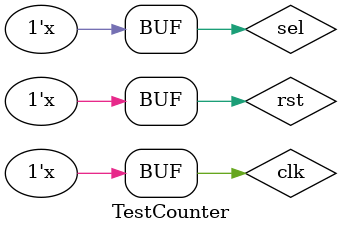
<source format=sv>
`timescale 1ns / 1ps


module TestCounter(

    );

    logic clk;
    logic rst;
    logic sel;

    initial begin
	    clk = 0;
	    rst = 0;
	    sel = 0;
    end

    always begin
	    #1 clk = ~clk;
    end
    always begin
	    #600 rst = ~rst;
    end
    always begin
	    #300 sel = ~sel;
    end

    Counter counter_inst(
        .clk(clk),
	.rst(rst),
	.sel(sel)
    );
endmodule

</source>
